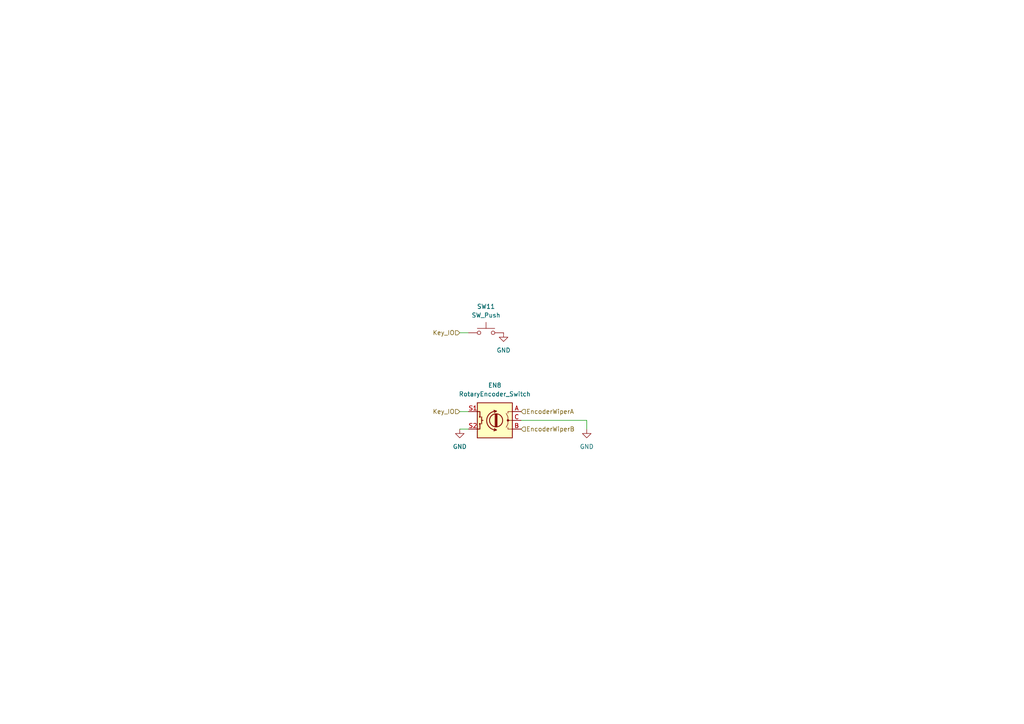
<source format=kicad_sch>
(kicad_sch (version 20211123) (generator eeschema)
  (paper "A4")
  (lib_symbols
    (symbol "Device:RotaryEncoder_Switch" (pin_names (offset 0.254) hide)
      (property "Reference" "SW" (at 0 6.604 0))
      (property "Value" "RotaryEncoder_Switch" (at 0 -6.604 0))
      (symbol "RotaryEncoder_Switch_0_1"
        (rectangle (start -5.08 5.08) (end 5.08 -5.08) (stroke (width 0.254)) (fill (type background)))
        (circle (center -3.81 0) (radius 0.254) (fill (type outline)))
        (arc (start -0.381 -2.794) (mid 2.3622 -0.0635) (end -0.381 2.667) (stroke (width 0.254)))
        (circle (center -0.381 0) (radius 1.905) (stroke (width 0.254)))
        (polyline (pts (xy -0.635 -1.778) (xy -0.635 1.778)) (stroke (width 0.254)))
        (polyline (pts (xy -0.381 -1.778) (xy -0.381 1.778)) (stroke (width 0.254)))
        (polyline (pts (xy -0.127 1.778) (xy -0.127 -1.778)) (stroke (width 0.254)))
        (polyline (pts (xy 3.81 0) (xy 3.429 0)) (stroke (width 0.254)))
        (polyline (pts (xy 3.81 1.016) (xy 3.81 -1.016)) (stroke (width 0.254)))
        (polyline (pts (xy -5.08 -2.54) (xy -3.81 -2.54) (xy -3.81 -2.032)))
        (polyline (pts (xy -5.08 2.54) (xy -3.81 2.54) (xy -3.81 2.032)))
        (polyline (pts (xy 0.254 -3.048) (xy -0.508 -2.794) (xy 0.127 -2.413)) (stroke (width 0.254)))
        (polyline (pts (xy 0.254 2.921) (xy -0.508 2.667) (xy 0.127 2.286)) (stroke (width 0.254)))
        (polyline (pts (xy 5.08 -2.54) (xy 4.318 -2.54) (xy 4.318 -1.016)) (stroke (width 0.254)))
        (polyline (pts (xy 5.08 2.54) (xy 4.318 2.54) (xy 4.318 1.016)) (stroke (width 0.254)))
        (polyline (pts (xy -5.08 0) (xy -3.81 0) (xy -3.81 -1.016) (xy -3.302 -2.032)))
        (polyline (pts (xy -4.318 0) (xy -3.81 0) (xy -3.81 1.016) (xy -3.302 2.032)))
        (circle (center 4.318 -1.016) (radius 0.127) (stroke (width 0.254)))
        (circle (center 4.318 1.016) (radius 0.127) (stroke (width 0.254)))
      )
      (symbol "RotaryEncoder_Switch_1_1"
        (pin passive line (at -7.62 2.54 0) (length 2.54) (name "A") (number "A"))
        (pin passive line (at -7.62 -2.54 0) (length 2.54) (name "B") (number "B"))
        (pin passive line (at -7.62 0 0) (length 2.54) (name "C") (number "C"))
        (pin passive line (at 7.62 2.54 180) (length 2.54) (name "S1") (number "S1"))
        (pin passive line (at 7.62 -2.54 180) (length 2.54) (name "S2") (number "S2"))
      )
    )
    (symbol "Switch:SW_Push" (pin_numbers hide) (pin_names (offset 1.016) hide)
      (property "Reference" "SW" (at 1.27 2.54 0))
      (property "Value" "SW_Push" (at 0 -1.524 0))
      (symbol "SW_Push_0_1"
        (circle (center -2.032 0) (radius 0.508))
        (polyline (pts (xy 0 1.27) (xy 0 3.048)))
        (polyline (pts (xy 2.54 1.27) (xy -2.54 1.27)))
        (circle (center 2.032 0) (radius 0.508))
        (pin passive line (at -5.08 0 0) (length 2.54) (name "1") (number "1"))
        (pin passive line (at 5.08 0 180) (length 2.54) (name "2") (number "2"))
      )
    )
    (symbol "power:GND" (power) (pin_names (offset 0))
      (property "Value" "GND" (at 0 -3.81 0))
      (symbol "GND_0_1"
        (polyline (pts (xy 0 0) (xy 0 -1.27) (xy 1.27 -1.27) (xy 0 -2.54) (xy -1.27 -1.27) (xy 0 -1.27)))
      )
      (symbol "GND_1_1"
        (pin power_in line (at 0 0 270) (length 0) hide (name "GND") (number "1"))
      )
    )
  )
  (wire (pts (xy 151.13 121.92) (xy 170.18 121.92)))
  (wire (pts (xy 133.35 119.38) (xy 135.89 119.38)))
  (wire (pts (xy 170.18 121.92) (xy 170.18 124.46)))
  (wire (pts (xy 135.89 124.46) (xy 133.35 124.46)))
  (wire (pts (xy 133.35 96.52) (xy 135.89 96.52)))
  (hierarchical_label "Key_IO" (shape input) (at 133.35 96.52 180))
  (hierarchical_label "EncoderWiperB" (shape input) (at 151.13 124.46 0))
  (hierarchical_label "Key_IO" (shape input) (at 133.35 119.38 180))
  (hierarchical_label "EncoderWiperA" (shape input) (at 151.13 119.38 0))
  (symbol (lib_id "power:GND") (at 146.05 96.52 0)
    (property "Reference" "#PWR026" (effects hide))
    (property "Value" "GND" (at 146.05 101.6 0))
  )
  (symbol (lib_id "power:GND") (at 170.18 124.46 0)
    (property "Reference" "#PWR027" (effects hide))
    (property "Value" "GND" (at 170.18 129.54 0))
  )
  (symbol (lib_id "Device:RotaryEncoder_Switch") (at 143.51 121.92 0) (mirror y)
    (property "Reference" "EN8" (at 143.51 111.76 0))
    (property "Value" "RotaryEncoder_Switch" (at 143.51 114.3 0))
    (property "Footprint" "Keeby-Cat Footprints:RotaryEncoder_Alps_EC11E-Switch_Vertical_H20mm_nomount_alt" (effects hide))
  )
  (symbol (lib_id "power:GND") (at 133.35 124.46 0)
    (property "Reference" "#PWR025" (effects hide))
    (property "Value" "GND" (at 133.35 129.54 0))
  )
  (symbol (lib_id "Switch:SW_Push") (at 140.97 96.52 0)
    (property "Reference" "SW11" (at 140.97 88.9 0))
    (property "Value" "SW_Push" (at 140.97 91.44 0))
    (property "Footprint" "Keeby-Cat Footprints:CherryMX_1u_north_potcombo" (effects hide))
  )
)
</source>
